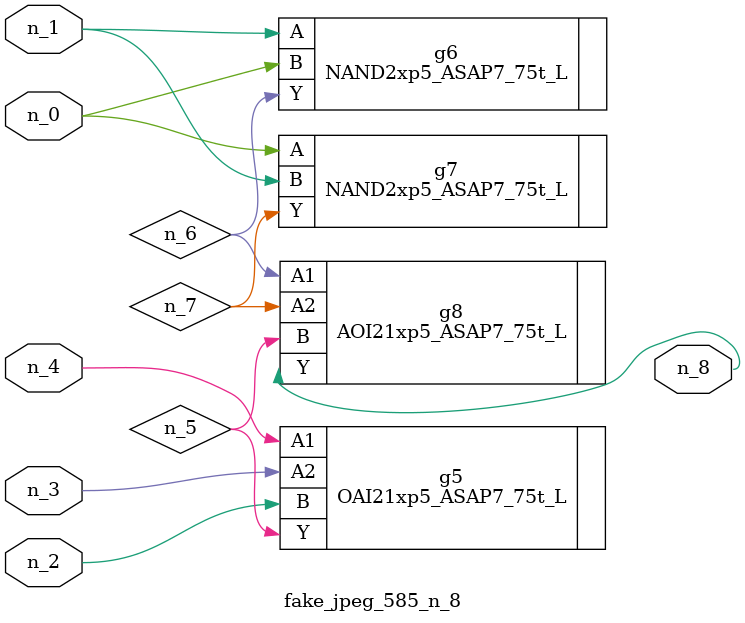
<source format=v>
module fake_jpeg_585_n_8 (n_3, n_2, n_1, n_0, n_4, n_8);

input n_3;
input n_2;
input n_1;
input n_0;
input n_4;

output n_8;

wire n_6;
wire n_5;
wire n_7;

OAI21xp5_ASAP7_75t_L g5 ( 
.A1(n_4),
.A2(n_3),
.B(n_2),
.Y(n_5)
);

NAND2xp5_ASAP7_75t_L g6 ( 
.A(n_1),
.B(n_0),
.Y(n_6)
);

NAND2xp5_ASAP7_75t_L g7 ( 
.A(n_0),
.B(n_1),
.Y(n_7)
);

AOI21xp5_ASAP7_75t_L g8 ( 
.A1(n_6),
.A2(n_7),
.B(n_5),
.Y(n_8)
);


endmodule
</source>
